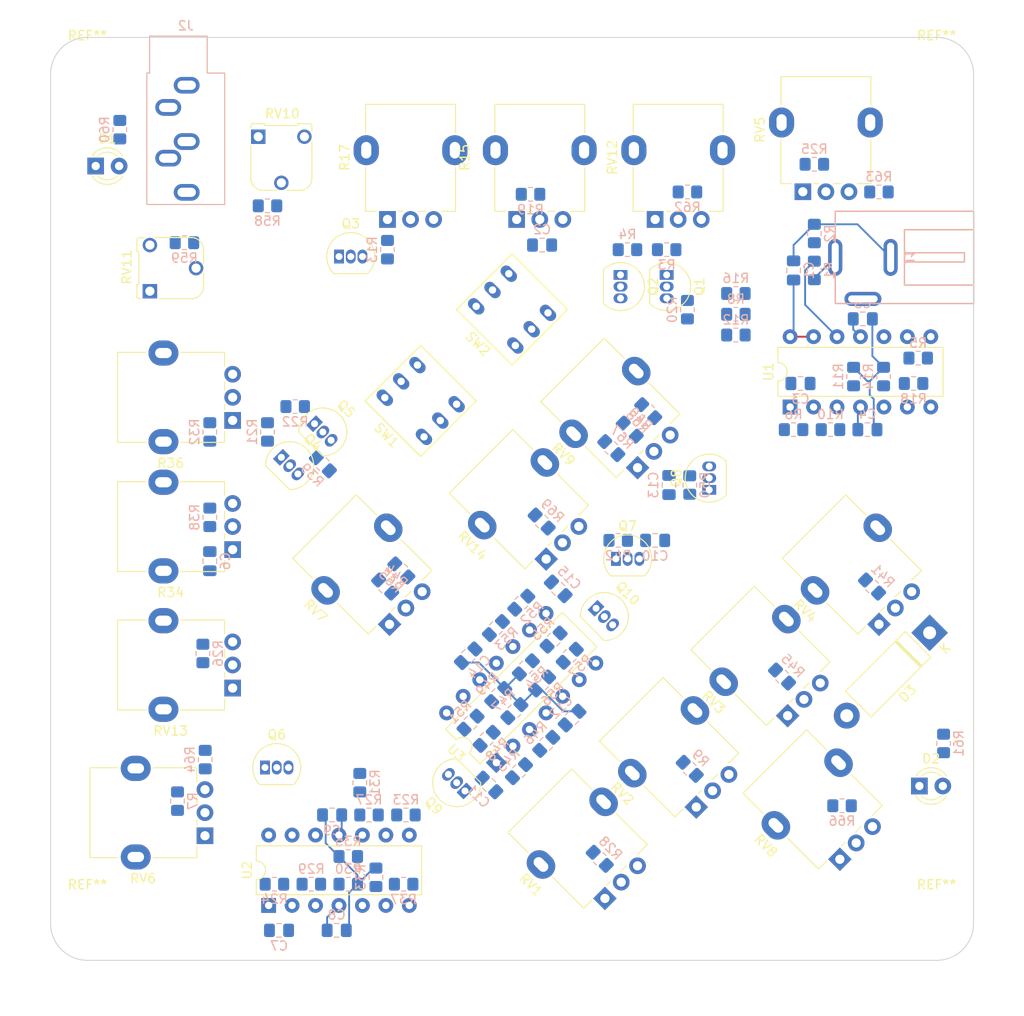
<source format=kicad_pcb>
(kicad_pcb (version 20240108) (generator "pcbnew") (generator_version "8.0")
  (layers (0 "F.Cu" signal) (31 "B.Cu" signal) (34 "B.Paste" user) (35 "F.Paste" user) (36 "B.SilkS" user "B.Silkscreen") (37 "F.SilkS" user "F.Silkscreen") (38 "B.Mask" user) (39 "F.Mask" user) (44 "Edge.Cuts" user))
  (net 0 "")
  (net 1 "VEE")
  (net 2 "Net-(C2-Pad2)")
  (net 3 "/tri_x")
  (net 4 "Net-(U1A--)")
  (net 5 "VCC")
  (net 6 "/tri_y")
  (net 7 "Net-(C6-Pad2)")
  (net 8 "Net-(U2A--)")
  (net 9 "Net-(C10-Pad2)")
  (net 10 "Net-(Q7-G)")
  (net 11 "Net-(U3A--)")
  (net 12 "/sync_tri")
  (net 13 "Net-(Q8-G)")
  (net 14 "Net-(Q9-G)")
  (net 15 "Net-(U3C--)")
  (net 16 "/lfo_tri")
  (net 17 "Net-(D1-A)")
  (net 18 "Net-(D2-A)")
  (net 19 "Net-(D2-K)")
  (net 20 "Net-(Q1-E)")
  (net 21 "Net-(Q1-C)")
  (net 22 "Net-(Q1-B)")
  (net 23 "Net-(Q2-C)")
  (net 24 "GND")
  (net 25 "Net-(Q3-G)")
  (net 26 "Net-(Q3-D)")
  (net 27 "Net-(Q4-B)")
  (net 28 "Net-(Q4-C)")
  (net 29 "Net-(Q4-E)")
  (net 30 "Net-(Q5-C)")
  (net 31 "Net-(Q6-G)")
  (net 32 "Net-(Q6-D)")
  (net 33 "Net-(Q7-D)")
  (net 34 "Net-(Q8-D)")
  (net 35 "Net-(Q9-D)")
  (net 36 "Net-(Q10-G)")
  (net 37 "Net-(Q10-D)")
  (net 38 "Net-(U1D-+)")
  (net 39 "Net-(U1C--)")
  (net 40 "out_x")
  (net 41 "Net-(R10-Pad2)")
  (net 42 "V_xfreq")
  (net 43 "lfo_syncfreq")
  (net 44 "Net-(U1A-+)")
  (net 45 "Net-(U1C-+)")
  (net 46 "Net-(R13-Pad1)")
  (net 47 "sync_x")
  (net 48 "out_y")
  (net 49 "Net-(U2C--)")
  (net 50 "Net-(R24-Pad1)")
  (net 51 "V_yfreq")
  (net 52 "Net-(U2A-+)")
  (net 53 "Net-(U2C-+)")
  (net 54 "Net-(R32-Pad1)")
  (net 55 "sync_y")
  (net 56 "V_xfreq_fine")
  (net 57 "Net-(U2D-+)")
  (net 58 "Net-(R43-Pad1)")
  (net 59 "V_syncfreq")
  (net 60 "Net-(U3A-+)")
  (net 61 "Net-(U3B-+)")
  (net 62 "V_lfofreq")
  (net 63 "Net-(U3C-+)")
  (net 64 "Net-(U3D-+)")
  (net 65 "Net-(J2-PadR)")
  (net 66 "Net-(R58-Pad2)")
  (net 67 "Net-(J2-PadT)")
  (net 68 "Net-(R59-Pad2)")
  (net 69 "sync_phase")
  (net 70 "V_yfreq_fine")
  (net 71 "Net-(R63-Pad2)")
  (net 72 "Net-(R64-Pad2)")
  (net 73 "Net-(R65-Pad2)")
  (net 74 "Net-(R66-Pad2)")
  (net 75 "Net-(R67-Pad1)")
  (net 76 "Net-(R68-Pad2)")
  (net 77 "sync_phase_fine")
  (net 78 "lfo_yfreq")
  (net 79 "lfo_xfreq")
  (net 80 "lfo_syncphase")
  (footprint "Package_TO_SOT_THT:TO-92_Inline" (layer "F.Cu") (at 121.36 99.02 90)
    (property "Reference" "Q8")
    (property "Value" "2N7000")
  )
  (footprint "Diode_THT:D_5W_P12.70mm_Horizontal" (layer "F.Cu") (at 145.240129 114.509872 -135)
    (property "Reference" "D3")
    (property "Value" "D")
  )
  (footprint "Package_TO_SOT_THT:TO-92_Inline" (layer "F.Cu") (at 111.749999 75.729999 -90)
    (property "Reference" "Q2")
    (property "Value" "BC557")
  )
  (footprint "Potentiometer_THT:Potentiometer_Alpha_RD901F-40-00D_Single_Vertical" (layer "F.Cu") (at 69.725 91.5 180)
    (property "Reference" "R36")
    (property "Value" "47k")
  )
  (footprint "Potentiometer_THT:Potentiometer_Alpha_RD901F-40-00D_Single_Vertical" (layer "F.Cu") (at 66.725 136.5 180)
    (property "Reference" "RV6")
    (property "Value" "10k")
  )
  (footprint "MountingHole:MountingHole_3.2mm_M3" (layer "F.Cu") (at 54 54)
    (property "Reference" "REF**")
    (property "Value" "MountingHole_3.2mm_M3")
  )
  (footprint "Potentiometer_THT:Potentiometer_Alpha_RD901F-40-00D_Single_Vertical" (layer "F.Cu") (at 113.594132 96.623563 135)
    (property "Reference" "RV9")
    (property "Value" "10k")
  )
  (footprint "Package_DIP:DIP-14_W7.62mm" (layer "F.Cu") (at 73.625 144.05 90)
    (property "Reference" "U2")
    (property "Value" "LM324")
  )
  (footprint "Package_TO_SOT_THT:TO-92_Inline" (layer "F.Cu") (at 109.097416 111.856533 -45)
    (property "Reference" "Q10")
    (property "Value" "2N7000")
  )
  (footprint "Potentiometer_THT:Potentiometer_Alpha_RD901F-40-00D_Single_Vertical" (layer "F.Cu") (at 86.724066 113.594131 135)
    (property "Reference" "RV7")
    (property "Value" "10k")
  )
  (footprint "MountingHole:MountingHole_3.2mm_M3" (layer "F.Cu") (at 146 54)
    (property "Reference" "REF**")
    (property "Value" "MountingHole_3.2mm_M3")
  )
  (footprint "Package_TO_SOT_THT:TO-92_Inline" (layer "F.Cu") (at 78.597416 91.856533 -45)
    (property "Reference" "Q5")
    (property "Value" "BC557")
  )
  (footprint "Package_TO_SOT_THT:TO-92_Inline" (layer "F.Cu") (at 111.25 106.5)
    (property "Reference" "Q7")
    (property "Value" "2N7000")
  )
  (footprint "Potentiometer_THT:Potentiometer_Alpha_RD901F-40-00D_Single_Vertical" (layer "F.Cu") (at 129.857593 123.493629 135)
    (property "Reference" "RV3")
    (property "Value" "10k")
  )
  (footprint "LED_THT:LED_D3.0mm" (layer "F.Cu") (at 144.129062 131.112708)
    (property "Reference" "D2")
    (property "Value" "LED")
  )
  (footprint "Potentiometer_THT:Potentiometer_Runtron_RM-065_Vertical" (layer "F.Cu") (at 60.76 77.5 90)
    (property "Reference" "RV11")
    (property "Value" "10k")
  )
  (footprint "Potentiometer_THT:Potentiometer_Alpha_RD901F-40-00D_Single_Vertical" (layer "F.Cu") (at 69.725 120.5 180)
    (property "Reference" "RV13")
    (property "Value" "10k")
  )
  (footprint "Package_TO_SOT_THT:TO-92_Inline" (layer "F.Cu") (at 73.23 129.11)
    (property "Reference" "Q6")
    (property "Value" "2N7000")
  )
  (footprint "LED_THT:LED_D3.0mm" (layer "F.Cu") (at 54.884366 63.937543)
    (property "Reference" "D1")
    (property "Value" "LED")
  )
  (footprint "Potentiometer_THT:Potentiometer_Alpha_RD901F-40-00D_Single_Vertical" (layer "F.Cu") (at 100.5 69.725 90)
    (property "Reference" "R15")
    (property "Value" "100k")
  )
  (footprint "Package_TO_SOT_THT:TO-92_Inline" (layer "F.Cu") (at 81.25 73.75)
    (property "Reference" "Q3")
    (property "Value" "2N7000")
  )
  (footprint "MountingHole:MountingHole_3.2mm_M3" (layer "F.Cu") (at 54 146)
    (property "Reference" "REF**")
    (property "Value" "MountingHole_3.2mm_M3")
  )
  (footprint "footprints:switch8x8" (layer "F.Cu") (at 100 79.493897 45)
    (property "Reference" "SW2")
    (property "Value" "r=0")
  )
  (footprint "Potentiometer_THT:Potentiometer_Alpha_RD901F-40-00D_Single_Vertical" (layer "F.Cu") (at 131.5 66.725 90)
    (property "Reference" "RV5")
    (property "Value" "10k")
  )
  (footprint "MountingHole:MountingHole_3.2mm_M3" (layer "F.Cu") (at 146 146)
    (property "Reference" "REF**")
    (property "Value" "MountingHole_3.2mm_M3")
  )
  (footprint "Potentiometer_THT:Potentiometer_Alpha_RD901F-40-00D_Single_Vertical" (layer "F.Cu") (at 115.5 69.725 90)
    (property "Reference" "RV12")
    (property "Value" "10k")
  )
  (footprint "Potentiometer_THT:Potentiometer_Alpha_RD901F-40-00D_Single_Vertical" (layer "F.Cu") (at 110.058597 143.292625 135)
    (property "Reference" "RV1")
    (property "Value" "10k")
  )
  (footprint "Package_TO_SOT_THT:TO-92_Inline" (layer "F.Cu") (at 116.75 75.729999 -90)
    (property "Reference" "Q1")
    (property "Value" "BC557")
  )
  (footprint "Potentiometer_THT:Potentiometer_Alpha_RD901F-40-00D_Single_Vertical" (layer "F.Cu") (at 139.757091 113.594131 135)
    (property "Reference" "RV4")
    (property "Value" "10k")
  )
  (footprint "Potentiometer_THT:Potentiometer_Alpha_RD901F-40-00D_Single_Vertical" (layer "F.Cu") (at 86.5 69.725 90)
    (property "Reference" "R17")
    (property "Value" "47k")
  )
  (footprint "Potentiometer_THT:Potentiometer_Alpha_RD901F-40-00D_Single_Vertical" (layer "F.Cu") (at 135.514449 139.049983 135)
    (property "Reference" "RV8")
    (property "Value" "10k")
  )
  (footprint "Potentiometer_THT:Potentiometer_Runtron_RM-065_Vertical" (layer "F.Cu") (at 72.5 60.76)
    (property "Reference" "RV10")
    (property "Value" "10k")
  )
  (footprint "Potentiometer_THT:Potentiometer_Alpha_RD901F-40-00D_Single_Vertical" (layer "F.Cu") (at 119.958095 133.393127 135)
    (property "Reference" "RV2")
    (property "Value" "10k")
  )
  (footprint "Package_DIP:DIP-14_W7.62mm" (layer "F.Cu") (at 98.295317 128.578695 135)
    (property "Reference" "U3")
    (property "Value" "LM324")
  )
  (footprint "Package_TO_SOT_THT:TO-92_Inline" (layer "F.Cu") (at 75 95.5 -45)
    (property "Reference" "Q4")
    (property "Value" "BC557")
  )
  (footprint "footprints:switch8x8" (layer "F.Cu") (at 90.100502 89.393395 45)
    (property "Reference" "SW1")
    (property "Value" "r=0")
  )
  (footprint "Potentiometer_THT:Potentiometer_Alpha_RD901F-40-00D_Single_Vertical" (layer "F.Cu") (at 103.694634 106.523061 135)
    (property "Reference" "RV14")
    (property "Value" "10k")
  )
  (footprint "Package_DIP:DIP-14_W7.62mm" (layer "F.Cu") (at 130.125 90.05 90)
    (property "Reference" "U1")
    (property "Value" "LM324")
  )
  (footprint "Package_TO_SOT_THT:TO-92_Inline" (layer "F.Cu") (at 94.898026 131.648026 135)
    (property "Reference" "Q9")
    (property "Value" "2N7000")
  )
  (footprint "Potentiometer_THT:Potentiometer_Alpha_RD901F-40-00D_Single_Vertical" (layer "F.Cu") (at 69.725 105.5 180)
    (property "Reference" "R34")
    (property "Value" "100k")
  )
  (footprint "Resistor_SMD:R_0805_2012Metric_Pad1.20x1.40mm_HandSolder" (layer "B.Cu") (at 88.25 141.75)
    (property "Reference" "R37")
    (property "Value" "100k")
  )
  (footprint "Resistor_SMD:R_0805_2012Metric_Pad1.20x1.40mm_HandSolder" (layer "B.Cu") (at 106.25 117 45)
    (property "Reference" "R57")
    (property "Value" "100k")
  )
  (footprint "Capacitor_SMD:C_0805_2012Metric_Pad1.18x1.45mm_HandSolder" (layer "B.Cu") (at 106.5 123.75 -135)
    (property "Reference" "C12")
    (property "Value" "100n")
  )
  (footprint "Resistor_SMD:R_0805_2012Metric_Pad1.20x1.40mm_HandSolder" (layer "B.Cu") (at 130.5 92.5 180)
    (property "Reference" "R6")
    (property "Value" "100k")
  )
  (footprint "Resistor_SMD:R_0805_2012Metric_Pad1.20x1.40mm_HandSolder" (layer "B.Cu") (at 86.5 73 -90)
    (property "Reference" "R13")
    (property "Value" "10k")
  )
  (footprint "Resistor_SMD:R_0805_2012Metric_Pad1.20x1.40mm_HandSolder" (layer "B.Cu") (at 84.5 134.25 180)
    (property "Reference" "R27")
    (property "Value" "22k")
  )
  (footprint "Resistor_SMD:R_0805_2012Metric_Pad1.20x1.40mm_HandSolder" (layer "B.Cu") (at 78.25 141.75 180)
    (property "Reference" "R29")
    (property "Value" "100k")
  )
  (footprint "Resistor_SMD:R_0805_2012Metric_Pad1.20x1.40mm_HandSolder" (layer "B.Cu") (at 97.25 126 45)
    (property "Reference" "R48")
    (property "Value" "1k")
  )
  (footprint "Resistor_SMD:R_0805_2012Metric_Pad1.20x1.40mm_HandSolder" (layer "B.Cu") (at 132.75 63.75 180)
    (property "Reference" "R25")
    (property "Value" "10k")
  )
  (footprint "Resistor_SMD:R_0805_2012Metric_Pad1.20x1.40mm_HandSolder" (layer "B.Cu") (at 146.75 126.5 90)
    (property "Reference" "R61")
    (property "Value" "470")
  )
  (footprint "Resistor_SMD:R_0805_2012Metric_Pad1.20x1.40mm_HandSolder" (layer "B.Cu") (at 88.5 134.25 180)
    (property "Reference" "R23")
    (property "Value" "100k")
  )
  (footprint "Resistor_SMD:R_0805_2012Metric_Pad1.20x1.40mm_HandSolder" (layer "B.Cu") (at 112.75 92.5 135)
    (property "Reference" "R40")
    (property "Value" "100k")
  )
  (footprint "Capacitor_SMD:C_0805_2012Metric_Pad1.18x1.45mm_HandSolder" (layer "B.Cu") (at 80.5 134.25)
    (property "Reference" "C9")
    (property "Value" "100n")
  )
  (footprint "Resistor_SMD:R_0805_2012Metric_Pad1.20x1.40mm_HandSolder" (layer "B.Cu") (at 103.25 120 45)
    (property "Reference" "R56")
    (property "Value" "100k")
  )
  (footprint "Resistor_SMD:R_0805_2012Metric_Pad1.20x1.40mm_HandSolder" (layer "B.Cu") (at 57.5 60 -90)
    (property "Reference" "R60")
    (property "Value" "1k")
  )
  (footprint "Resistor_SMD:R_0805_2012Metric_Pad1.20x1.40mm_HandSolder" (layer "B.Cu") (at 111.5 104.5)
    (property "Reference" "R42")
    (property "Value" "10k")
  )
  (footprint "Resistor_SMD:R_0805_2012Metric_Pad1.20x1.40mm_HandSolder" (layer "B.Cu") (at 98.25 114 45)
    (property "Reference" "R53")
    (property "Value" "100k")
  )
  (footprint "Resistor_SMD:R_0805_2012Metric_Pad1.20x1.40mm_HandSolder" (layer "B.Cu") (at 134.5 92.5 180)
    (property "Reference" "R10")
    (property "Value" "100k")
  )
  (footprint "Resistor_SMD:R_0805_2012Metric_Pad1.20x1.40mm_HandSolder" (layer "B.Cu") (at 124.25 77.75 180)
    (property "Reference" "R16")
    (property "Value" "100k")
  )
  (footprint "Resistor_SMD:R_0805_2012Metric_Pad1.20x1.40mm_HandSolder" (layer "B.Cu") (at 119.25 129.25 135)
    (property "Reference" "R9")
    (property "Value" "100k")
  )
  (footprint "Resistor_SMD:R_0805_2012Metric_Pad1.20x1.40mm_HandSolder" (layer "B.Cu") (at 137 86.75 -90)
    (property "Reference" "R11")
    (property "Value" "100k")
  )
  (footprint "footprints:myBarrelJack" (layer "B.Cu") (at 142.512206 73.837041 90)
    (property "Reference" "J1")
    (property "Value" "Barrel_Jack")
  )
  (footprint "Resistor_SMD:R_0805_2012Metric_Pad1.20x1.40mm_HandSolder" (layer "B.Cu") (at 79.5 96.25 -45)
    (property "Reference" "R39")
    (property "Value" "47k")
  )
  (footprint "Resistor_SMD:R_0805_2012Metric_Pad1.20x1.40mm_HandSolder" (layer "B.Cu") (at 63.75 132.75 90)
    (property "Reference" "R7")
    (property "Value" "10k")
  )
  (footprint "Resistor_SMD:R_0805_2012Metric_Pad1.20x1.40mm_HandSolder" (layer "B.Cu") (at 64.5 72.25)
    (property "Reference" "R59")
    (property "Value" "1k")
  )
  (footprint "Capacitor_SMD:C_0805_2012Metric_Pad1.18x1.45mm_HandSolder" (layer "B.Cu") (at 95.25 117 45)
    (property "Reference" "C14")
    (property "Value" "100n")
  )
  (footprint "Resistor_SMD:R_0805_2012Metric_Pad1.20x1.40mm_HandSolder" (layer "B.Cu") (at 139 109.5 135)
    (property "Reference" "R41")
    (property "Value" "100k")
  )
  (footprint "Resistor_SMD:R_0805_2012Metric_Pad1.20x1.40mm_HandSolder" (layer "B.Cu") (at 119.25 98.5 90)
    (property "Reference" "R50")
    (property "Value" "10k")
  )
  (footprint "Capacitor_SMD:C_0805_2012Metric_Pad1.18x1.45mm_HandSolder" (layer "B.Cu") (at 81 146.75 180)
    (property "Reference" "C8")
    (property "Value" "100n")
  )
  (footprint "Resistor_SMD:R_0805_2012Metric_Pad1.20x1.40mm_HandSolder" (layer "B.Cu") (at 73.5 68.25)
    (property "Reference" "R58")
    (property "Value" "1k")
  )
  (footprint "Capacitor_SMD:C_0805_2012Metric_Pad1.18x1.45mm_HandSolder" (layer "B.Cu") (at 117 98.5 -90)
    (property "Reference" "C13")
    (property "Value" "1n")
  )
  (footprint "Resistor_SMD:R_0805_2012Metric_Pad1.20x1.40mm_HandSolder" (layer "B.Cu") (at 85.25 141 -90)
    (property "Reference" "R33")
    (property "Value" "100k")
  )
  (footprint "Resistor_SMD:R_0805_2012Metric_Pad1.20x1.40mm_HandSolder" (layer "B.Cu") (at 88 107.75 -45)
    (property "Reference" "R65")
    (property "Value" "1k")
  )
  (footprint "Resistor_SMD:R_0805_2012Metric_Pad1.20x1.40mm_HandSolder" (layer "B.Cu") (at 103.707107 126.542893 -135)
    (property "Reference" "R46")
    (property "Value" "100k")
  )
  (footprint "Capacitor_SMD:C_0805_2012Metric_Pad1.18x1.45mm_HandSolder" (layer "B.Cu") (at 138 80.5 180)
    (property "Reference" "C5")
    (property "Value" "100n")
  )
  (footprint "Resistor_SMD:R_0805_2012Metric_Pad1.20x1.40mm_HandSolder" (layer "B.Cu") (at 124.25 80 180)
    (property "Reference" "R8")
    (property "Value" "22k")
  )
  (footprint "Resistor_SMD:R_0805_2012Metric_Pad1.20x1.40mm_HandSolder" (layer "B.Cu") (at 119 79.5 -90)
    (property "Reference" "R20")
    (property "Value" "47k")
  )
  (footprint "Resistor_SMD:R_0805_2012Metric_Pad1.20x1.40mm_HandSolder" (layer "B.Cu") (at 73.5 92.75 -90)
    (property "Reference" "R21")
    (property "Value" "10k")
  )
  (footprint "Capacitor_SMD:C_0805_2012Metric_Pad1.18x1.45mm_HandSolder" (layer "B.Cu") (at 67.25 106.75 90)
    (property "Reference" "C6")
    (property "Value" "100n")
  )
  (footprint "Resistor_SMD:R_0805_2012Metric_Pad1.20x1.40mm_HandSolder" (layer "B.Cu") (at 98.5 121.25 -135)
    (property "Reference" "R49")
    (property "Value" "100k")
  )
  (footprint "Resistor_SMD:R_0805_2012Metric_Pad1.20x1.40mm_HandSolder" (layer "B.Cu") (at 132.75 71.25 90)
    (property "Reference" "R2")
    (property "Value" "10k")
  )
  (footprint "Resistor_SMD:R_0805_2012Metric_Pad1.20x1.40mm_HandSolder" (layer "B.Cu") (at 119 66.75)
    (property "Reference" "R62")
    (property "Value" "100k")
  )
  (footprint "Resistor_SMD:R_0805_2012Metric_Pad1.20x1.40mm_HandSolder" (layer "B.Cu") (at 132.75 75.25 90)
    (property "Reference" "R1")
    (property "Value" "10k")
  )
  (footprint "Resistor_SMD:R_0805_2012Metric_Pad1.20x1.40mm_HandSolder" (layer "B.Cu") (at 100.25 123 -135)
    (property "Reference" "R47")
    (property "Value" "100k")
  )
  (footprint "Resistor_SMD:R_0805_2012Metric_Pad1.20x1.40mm_HandSolder" (layer "B.Cu") (at 114.75 90.5 -45)
    (property "Reference" "R68")
    (property "Value" "4.7k")
  )
  (footprint "Resistor_SMD:R_0805_2012Metric_Pad1.20x1.40mm_HandSolder" (layer "B.Cu") (at 67.25 92.75 -90)
    (property "Reference" "R32")
    (property "Value" "10k")
  )
  (footprint "Resistor_SMD:R_0805_2012Metric_Pad1.20x1.40mm_HandSolder" (layer "B.Cu") (at 82.25 141.75 180)
    (property "Reference" "R30")
    (property "Value" "100k")
  )
  (footprint "Resistor_SMD:R_0805_2012Metric_Pad1.20x1.40mm_HandSolder" (layer "B.Cu") (at 67.25 102 -90)
    (property "Reference" "R38")
    (property "Value" "1k")
  )
  (footprint "Capacitor_SMD:C_0805_2012Metric_Pad1.18x1.45mm_HandSolder" (layer "B.Cu") (at 131.25 87.5)
    (property "Reference" "C3")
    (property "Value" "1n")
  )
  (footprint "Resistor_SMD:R_0805_2012Metric_Pad1.20x1.40mm_HandSolder" (layer "B.Cu") (at 135.75 133.25)
    (property "Reference" "R66")
    (property "Value" "2.2k")
  )
  (footprint "Resistor_SMD:R_0805_2012Metric_Pad1.20x1.40mm_HandSolder" (layer "B.Cu") (at 86.25 109.5 135)
    (property "Reference" "R44")
    (property "Value" "10k")
  )
  (footprint "Resistor_SMD:R_0805_2012Metric_Pad1.20x1.40mm_HandSolder" (layer "B.Cu") (at 66.75 128.25 -90)
    (property "Reference" "R64")
    (property "Value" "1k")
  )
  (footprint "Resistor_SMD:R_0805_2012Metric_Pad1.20x1.40mm_HandSolder" (layer "B.Cu") (at 139.75 66.75 180)
    (property "Reference" "R63")
    (property "Value" "1k")
  )
  (footprint "Resistor_SMD:R_0805_2012Metric_Pad1.20x1.40mm_HandSolder" (layer "B.Cu") (at 101.5 118.25 45)
    (property "Reference" "R54")
    (property "Value" "100k")
  )
  (footprint "Capacitor_SMD:C_0805_2012Metric_Pad1.18x1.45mm_HandSolder" (layer "B.Cu") (at 97.5 131 -45)
    (property "Reference" "C11")
    (property "Value" "1n")
  )
  (footprint "Resistor_SMD:R_0805_2012Metric_Pad1.20x1.40mm_HandSolder" (layer "B.Cu") (at 129.25 119.25 135)
    (property "Reference" "R45")
    (property "Value" "100k")
  )
  (footprint "Resistor_SMD:R_0805_2012Metric_Pad1.20x1.40mm_HandSolder" (layer "B.Cu") (at 109.5 139 135)
    (property "Reference" "R28")
    (property "Value" "100k")
  )
  (footprint "Resistor_SMD:R_0805_2012Metric_Pad1.20x1.40mm_HandSolder" (layer "B.Cu") (at 82.25 138.75 180)
    (property "Reference" "R35")
    (property "Value" "100k")
  )
  (footprint "Capacitor_SMD:C_0805_2012Metric_Pad1.18x1.45mm_HandSolder" (layer "B.Cu") (at 74.75 146.75)
    (property "Reference" "C7")
    (property "Value" "1n")
  )
  (footprint "Capacitor_SMD:C_0805_2012Metric_Pad1.18x1.45mm_HandSolder" (layer "B.Cu") (at 115.5 104.5)
    (property "Reference" "C10")
    (property "Value" "1n")
  )
  (footprint "Resistor_SMD:R_0805_2012Metric_Pad1.20x1.40mm_HandSolder" (layer "B.Cu") (at 104.5 115.25 -135)
    (property "Reference" "R55")
    (property "Value" "470k")
  )
  (footprint "Resistor_SMD:R_0805_2012Metric_Pad1.20x1.40mm_HandSolder" (layer "B.Cu") (at 124.25 82.25 180)
    (property "Reference" "R12")
    (property "Value" "22k")
  )
  (footprint "Resistor_SMD:R_0805_2012Metric_Pad1.20x1.40mm_HandSolder" (layer "B.Cu") (at 100.75 129.5 -135)
    (property "Reference" "R43")
    (property "Value" "100k")
  )
  (footprint "Resistor_SMD:R_0805_2012Metric_Pad1.20x1.40mm_HandSolder" (layer "B.Cu") (at 76.5 90)
    (property "Reference" "R22")
    (property "Value" "10k")
  )
  (footprint "Resistor_SMD:R_0805_2012Metric_Pad1.20x1.40mm_HandSolder" (layer "B.Cu") (at 95.5 124.25 -135)
    (property "Reference" "R51")
    (property "Value" "100k")
  )
  (footprint "Resistor_SMD:R_0805_2012Metric_Pad1.20x1.40mm_HandSolder" (layer "B.Cu") (at 103.207107 102.457107 135)
    (property "Reference" "R69")
    (property "Value" "1Meg")
  )
  (footprint "Connector_Audio:Jack_3.5mm_CUI_SJ1-3535NG_Horizontal" (layer "B.Cu") (at 64.74465 55.187794 180)
    (property "Reference" "J2")
    (property "Value" "AudioJack3")
  )
  (footprint "Capacitor_SMD:C_0805_2012Metric_Pad1.18x1.45mm_HandSolder" (layer "B.Cu") (at 138.5 92.5 180)
    (property "Reference" "C4")
    (property "Value" "100n")
  )
  (footprint "Resistor_SMD:R_0805_2012Metric_Pad1.20x1.40mm_HandSolder" (layer "B.Cu") (at 66.5 116.75 90)
    (property "Reference" "R26")
    (property "Value" "100k")
  )
  (footprint "Resistor_SMD:R_0805_2012Metric_Pad1.20x1.40mm_HandSolder" (layer "B.Cu") (at 116.75 73)
    (property "Reference" "R3")
    (property "Value" "10k")
  )
  (footprint "Resistor_SMD:R_0805_2012Metric_Pad1.20x1.40mm_HandSolder" (layer "B.Cu") (at 102 67)
    (property "Reference" "R19")
    (property "Value" "1k")
  )
  (footprint "Resistor_SMD:R_0805_2012Metric_Pad1.20x1.40mm_HandSolder" (layer "B.Cu") (at 140.25 86.75 -90)
    (property "Reference" "R14")
    (property "Value" "100k")
  )
  (footprint "Resistor_SMD:R_0805_2012Metric_Pad1.20x1.40mm_HandSolder" (layer "B.Cu") (at 74.25 141.75 180)
    (property "Reference" "R24")
    (property "Value" "100k")
  )
  (footprint "Resistor_SMD:R_0805_2012Metric_Pad1.20x1.40mm_HandSolder" (layer "B.Cu") (at 101 111.25 45)
    (property "Reference" "R52")
    (property "Value" "1Meg")
  )
  (footprint "Capacitor_SMD:C_0805_2012Metric_Pad1.18x1.45mm_HandSolder" (layer "B.Cu") (at 103.25 72.5 180)
    (property "Reference" "C2")
    (property "Value" "100n")
  )
  (footprint "Resistor_SMD:R_0805_2012Metric_Pad1.20x1.40mm_HandSolder" (layer "B.Cu") (at 110.75 94.5 135)
    (property "Reference" "R67")
    (property "Value" "4.7k")
  )
  (footprint "Resistor_SMD:R_0805_2012Metric_Pad1.20x1.40mm_HandSolder" (layer "B.Cu") (at 143.5 87.5)
    (property "Reference" "R18")
    (property "Value" "100k")
  )
  (footprint "Resistor_SMD:R_0805_2012Metric_Pad1.20x1.40mm_HandSolder" (layer "B.Cu") (at 144 84.75 180)
    (property "Reference" "R5")
    (property "Value" "100k")
  )
  (footprint "Resistor_SMD:R_0805_2012Metric_Pad1.20x1.40mm_HandSolder" (layer "B.Cu") (at 83.5 130.75 90)
    (property "Reference" "R31")
    (property "Value" "22k")
  )
  (footprint "Resistor_SMD:R_0805_2012Metric_Pad1.20x1.40mm_HandSolder" (layer "B.Cu") (at 112.5 73 180)
    (property "Reference" "R4")
    (property "Value" "10k")
  )
  (footprint "Capacitor_SMD:C_0805_2012Metric_Pad1.18x1.45mm_HandSolder" (layer "B.Cu") (at 130.5 75.25 90)
    (property "Reference" "C1")
    (property "Value" "100n")
  )
  (footprint "Capacitor_SMD:C_0805_2012Metric_Pad1.18x1.45mm_HandSolder" (layer "B.Cu") (at 105 109.75 135)
    (property "Reference" "C15")
    (property "Value" "100n")
  )
  (gr_line (start 50 146) (end 50 54) (stroke (width 0.1)) (layer "Edge.Cuts"))
  (gr_line (start 146 150) (end 54 150) (stroke (width 0.1)) (layer "Edge.Cuts"))
  (gr_line (start 150 54) (end 150 146) (stroke (width 0.1)) (layer "Edge.Cuts"))
  (gr_arc (start 50 54) (mid 51.171573 51.171573) (end 54 50) (stroke (width 0.1)) (layer "Edge.Cuts"))
  (gr_line (start 54 50) (end 146 50) (stroke (width 0.1)) (layer "Edge.Cuts"))
  (gr_arc (start 54 150) (mid 51.171573 148.828427) (end 50 146) (stroke (width 0.1)) (layer "Edge.Cuts"))
  (gr_arc (start 146 50) (mid 148.828427 51.171573) (end 150 54) (stroke (width 0.1)) (layer "Edge.Cuts"))
  (gr_arc (start 150 146) (mid 148.828427 148.828427) (end 146 150) (stroke (width 0.1)) (layer "Edge.Cuts"))
  (segment (start 137.425165 70.25) (end 141.012206 73.837041) (width 0.2) (layer "B.Cu") (net 1))
  (segment (start 132.75 70.25) (end 130.5 72.5) (width 0.2) (layer "B.Cu") (net 1))
  (segment (start 136.9625 80.5) (end 136.9625 81.6475) (width 0.2) (layer "B.Cu") (net 1))
  (segment (start 81.5375 136.1375) (end 81.245 136.43) (width 0.2) (layer "B.Cu") (net 1))
  (segment (start 136.9625 81.6475) (end 137.745 82.43) (width 0.2) (layer "B.Cu") (net 1))
  (segment (start 132.75 70.25) (end 137.425165 70.25) (width 0.2) (layer "B.Cu") (net 1))
  (segment (start 130.5 72.5) (end 130.5 74.2125) (width 0.2) (layer "B.Cu") (net 1))
  (segment (start 81.5375 134.25) (end 81.5375 136.1375) (width 0.2) (layer "B.Cu") (net 1))
  (segment (start 132.75 76.25) (end 132.75 76.099247) (width 0.2) (layer "B.Cu") (net 5))
  (segment (start 137.4625 90.3325) (end 137.745 90.05) (width 0.2) (layer "B.Cu") (net 5))
  (segment (start 137.4625 92.5) (end 137.4625 90.3325) (width 0.2) (layer "B.Cu") (net 5))
  (segment (start 132.75 76.099247) (end 135.012206 73.837041) (width 0.2) (layer "B.Cu") (net 5))
  (segment (start 79.9625 146.75) (end 79.9625 145.3325) (width 0.2) (layer "B.Cu") (net 5))
  (segment (start 79.9625 145.3325) (end 81.245 144.05) (width 0.2) (layer "B.Cu") (net 5))
  (segment (start 132.665 82.43) (end 130.125 82.43) (width 0.2) (layer "F.Cu") (net 24))
  (segment (start 138.75 88.75) (end 138.75 87.25) (width 0.2) (layer "B.Cu") (net 24))
  (segment (start 96.397837 117.733623) (end 99.207107 120.542893) (width 0.2) (layer "B.Cu") (net 24))
  (segment (start 83.25 141.75) (end 85 140) (width 0.2) (layer "B.Cu") (net 24))
  (segment (start 139.185 92.1475) (end 139.185 89.185) (width 0.2) (layer "B.Cu") (net 24))
  (segment (start 79.4625 134.25) (end 79.805 134.5925) (width 0.2) (layer "B.Cu") (net 24))
  (segment (start 138.75 87.25) (end 140.25 85.75) (width 0.2) (layer "B.Cu") (net 24))
  (segment (start 100.957107 122.292893) (end 102.542893 120.707107) (width 0.2) (layer "B.Cu") (net 24))
  (segment (start 102.542893 120.707107) (end 103.236504 120.707107) (width 0.2) (layer "B.Cu") (net 24))
  (segment (start 85 140) (end 85.25 140) (width 0.2) (layer "B.Cu") (net 24))
  (segment (start 83.25 140.75) (end 81.25 138.75) (width 0.2) (layer "B.Cu") (net 24))
  (segment (start 139.5375 92.5) (end 139.185 92.1475) (width 0.2) (layer "B.Cu") (net 24))
  (segment (start 138.5 87.25) (end 138.75 87.25) (width 0.2) (layer "B.Cu") (net 24))
  (segment (start 99.207107 120.542893) (end 100.792893 118.957107) (width 0.2) (layer "B.Cu") (net 24))
  (segment (start 130.5 82.055) (end 130.125 82.43) (width 0.2) (layer "B.Cu") (net 24))
  (segment (start 82.0375 146.75) (end 82.345 146.4425) (width 0.2) (layer "B.Cu") (net 24))
  (segment (start 83.25 141.75) (end 83.25 140.75) (width 0.2) (layer "B.Cu") (net 24))
  (segment (start 130.5 76.2875) (end 130.5 82.055) (width 0.2) (layer "B.Cu") (net 24))
  (segment (start 79.805 134.5925) (end 79.805 137.305) (width 0.2) (layer "B.Cu") (net 24))
  (segment (start 137 85.75) (end 138.5 87.25) (width 0.2) (layer "B.Cu") (net 24))
  (segment (start 139.0375 84.5375) (end 140.25 85.75) (width 0.2) (layer "B.Cu") (net 24))
  (segment (start 99.207107 120.542893) (end 100.957107 122.292893) (width 0.2) (layer "B.Cu") (net 24))
  (segment (start 94.516377 117.733623) (end 96.397837 117.733623) (width 0.2) (layer "B.Cu") (net 24))
  (segment (start 82.345 146.4425) (end 82.345 142.655) (width 0.2) (layer "B.Cu") (net 24))
  (segment (start 105.545774 123.016377) (end 107.233623 123.016377) (width 0.2) (layer "B.Cu") (net 24))
  (segment (start 139.0375 80.5) (end 139.0375 84.5375) (width 0.2) (layer "B.Cu") (net 24))
  (segment (start 79.805 137.305) (end 81.25 138.75) (width 0.2) (layer "B.Cu") (net 24))
  (segment (start 103.236504 120.707107) (end 105.545774 123.016377) (width 0.2) (layer "B.Cu") (net 24))
  (segment (start 139.185 89.185) (end 138.75 88.75) (width 0.2) (layer "B.Cu") (net 24))
  (segment (start 82.345 142.655) (end 83.25 141.75) (width 0.2) (layer "B.Cu") (net 24))
  (segment (start 131.75 78.975) (end 135.205 82.43) (width 0.2) (layer "B.Cu") (net 38))
  (segment (start 131.75 75.25) (end 131.75 78.975) (width 0.2) (layer "B.Cu") (net 38))
  (segment (start 132.75 74.25) (end 131.75 75.25) (width 0.2) (layer "B.Cu") (net 38))
)
</source>
